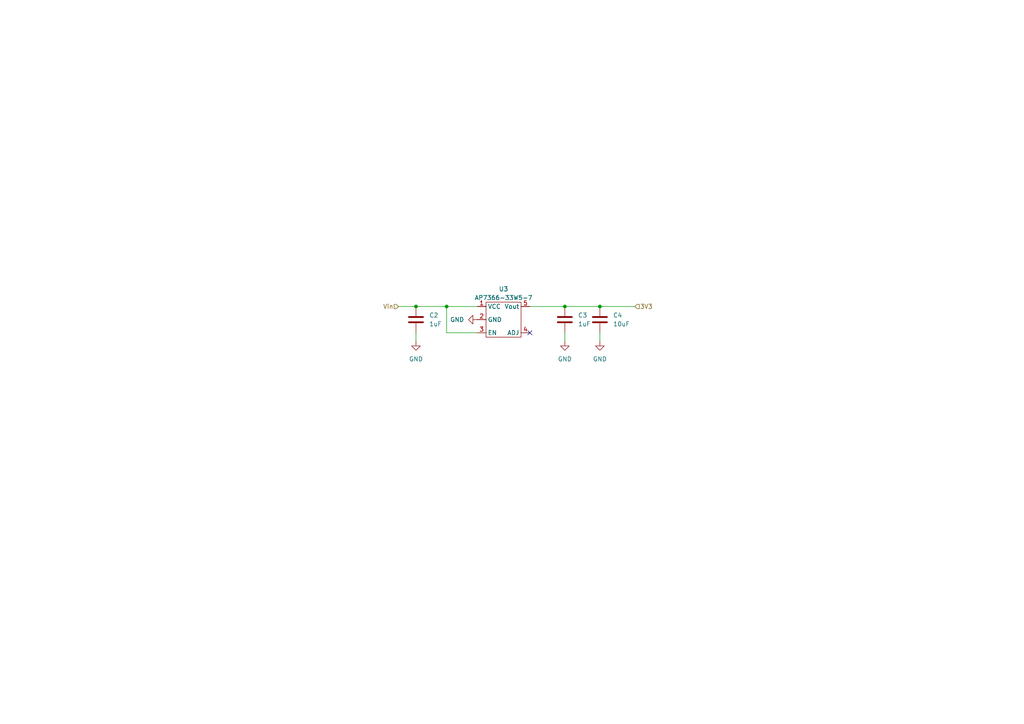
<source format=kicad_sch>
(kicad_sch (version 20231120) (generator "eeschema") (generator_version "8.0")
  (paper "A4")
  (lib_symbols
    (symbol "AP7366_SOT_25:AP7366_SOT25"
      (property "Reference" "U" (at 0 5.334 0))
      (symbol "AP7366_SOT25_0_1"
        (rectangle (start -5.08 3.81) (end 5.08 -6.35))
      )
      (symbol "AP7366_SOT25_1_1"
        (pin power_in line (at -7.62 2.54 0) (length 2.54) (name "VCC") (number "1"))
        (pin power_in line (at -7.62 -1.27 0) (length 2.54) (name "GND") (number "2"))
        (pin input line (at -7.62 -5.08 0) (length 2.54) (name "EN") (number "3"))
        (pin power_in line (at 7.62 -5.08 180) (length 2.54) (name "ADJ") (number "4"))
        (pin power_in line (at 7.62 2.54 180) (length 2.54) (name "Vout") (number "5"))
      )
    )
    (symbol "Device:C" (pin_numbers hide) (pin_names (offset 0.254))
      (property "Reference" "C" (at 0.635 2.54 0))
      (property "Value" "C" (at 0.635 -2.54 0))
      (symbol "C_0_1"
        (polyline (pts (xy -2.032 -0.762) (xy 2.032 -0.762)) (stroke (width 0.508)))
        (polyline (pts (xy -2.032 0.762) (xy 2.032 0.762)) (stroke (width 0.508)))
      )
      (symbol "C_1_1"
        (pin passive line (at 0 3.81 270) (length 2.794) (name "~") (number "1"))
        (pin passive line (at 0 -3.81 90) (length 2.794) (name "~") (number "2"))
      )
    )
    (symbol "power:GND" (power) (pin_numbers hide) (pin_names (offset 0) hide)
      (property "Value" "GND" (at 0 -3.81 0))
      (symbol "GND_0_1"
        (polyline (pts (xy 0 0) (xy 0 -1.27) (xy 1.27 -1.27) (xy 0 -2.54) (xy -1.27 -1.27) (xy 0 -1.27)))
      )
      (symbol "GND_1_1"
        (pin power_in line (at 0 0 270) (length 0) (name "~") (number "1"))
      )
    )
  )
  (junction (at 120.65 88.9))
  (junction (at 129.54 88.9))
  (junction (at 173.99 88.9))
  (junction (at 163.83 88.9))
  (no_connect (at 153.67 96.52))
  (wire (pts (xy 138.43 96.52) (xy 129.54 96.52)))
  (wire (pts (xy 115.57 88.9) (xy 120.65 88.9)))
  (wire (pts (xy 129.54 96.52) (xy 129.54 88.9)))
  (wire (pts (xy 120.65 96.52) (xy 120.65 99.06)))
  (wire (pts (xy 173.99 88.9) (xy 163.83 88.9)))
  (wire (pts (xy 153.67 88.9) (xy 163.83 88.9)))
  (wire (pts (xy 173.99 96.52) (xy 173.99 99.06)))
  (wire (pts (xy 120.65 88.9) (xy 129.54 88.9)))
  (wire (pts (xy 129.54 88.9) (xy 138.43 88.9)))
  (wire (pts (xy 173.99 88.9) (xy 184.15 88.9)))
  (wire (pts (xy 163.83 96.52) (xy 163.83 99.06)))
  (hierarchical_label "3V3" (shape input) (at 184.15 88.9 0))
  (hierarchical_label "Vin" (shape input) (at 115.57 88.9 180))
  (symbol (lib_id "AP7366_SOT_25:AP7366_SOT25") (at 146.05 91.44 0) (unit 1)
    (property "Reference" "U3" (at 146.05 83.82 0))
    (property "Value" "AP7366-33W5-7" (at 146.05 86.36 0))
    (property "Footprint" "AP7366-SOT25:AP7366" (effects (hide yes)))
  )
  (symbol (lib_id "power:GND") (at 120.65 99.06 0) (unit 1)
    (property "Reference" "#PWR014" (effects (hide yes)))
    (property "Value" "GND" (at 120.65 104.14 0))
    (property "Description" "Power symbol creates a global label with name \"GND\" , ground" (effects (hide yes)))
  )
  (symbol (lib_id "Device:C") (at 173.99 92.71 0) (unit 1)
    (property "Reference" "C4" (at 177.8 91.4399 0) (effects (justify left)))
    (property "Value" "10uF" (at 177.8 93.9799 0) (effects (justify left)))
    (property "Footprint" "Capacitor_SMD:C_0603_1608Metric" (effects (hide yes)))
    (property "Description" "Unpolarized capacitor" (effects (hide yes)))
  )
  (symbol (lib_id "power:GND") (at 138.43 92.71 270) (unit 1)
    (property "Reference" "#PWR015" (effects (hide yes)))
    (property "Value" "GND" (at 134.62 92.7099 90) (effects (justify right)))
    (property "Description" "Power symbol creates a global label with name \"GND\" , ground" (effects (hide yes)))
  )
  (symbol (lib_id "power:GND") (at 163.83 99.06 0) (unit 1)
    (property "Reference" "#PWR016" (effects (hide yes)))
    (property "Value" "GND" (at 163.83 104.14 0))
    (property "Description" "Power symbol creates a global label with name \"GND\" , ground" (effects (hide yes)))
  )
  (symbol (lib_id "Device:C") (at 120.65 92.71 0) (unit 1)
    (property "Reference" "C2" (at 124.46 91.4399 0) (effects (justify left)))
    (property "Value" "1uF" (at 124.46 93.9799 0) (effects (justify left)))
    (property "Footprint" "Resistor_SMD:R_0603_1608Metric" (effects (hide yes)))
    (property "Description" "Unpolarized capacitor" (effects (hide yes)))
  )
  (symbol (lib_id "Device:C") (at 163.83 92.71 0) (unit 1)
    (property "Reference" "C3" (at 167.64 91.4399 0) (effects (justify left)))
    (property "Value" "1uF" (at 167.64 93.9799 0) (effects (justify left)))
    (property "Footprint" "Resistor_SMD:R_0603_1608Metric" (effects (hide yes)))
    (property "Description" "Unpolarized capacitor" (effects (hide yes)))
  )
  (symbol (lib_id "power:GND") (at 173.99 99.06 0) (unit 1)
    (property "Reference" "#PWR017" (effects (hide yes)))
    (property "Value" "GND" (at 173.99 104.14 0))
    (property "Description" "Power symbol creates a global label with name \"GND\" , ground" (effects (hide yes)))
  )
)
</source>
